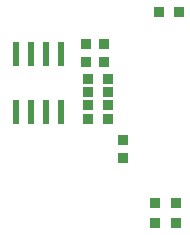
<source format=gbp>
G04*
G04 #@! TF.GenerationSoftware,Altium Limited,Altium Designer,21.9.2 (33)*
G04*
G04 Layer_Color=128*
%FSLAX44Y44*%
%MOMM*%
G71*
G04*
G04 #@! TF.SameCoordinates,8D6B135D-26D1-4348-B727-2CCB693FEEA9*
G04*
G04*
G04 #@! TF.FilePolarity,Positive*
G04*
G01*
G75*
G04:AMPARAMS|DCode=18|XSize=0.8mm|YSize=0.9mm|CornerRadius=0.06mm|HoleSize=0mm|Usage=FLASHONLY|Rotation=270.000|XOffset=0mm|YOffset=0mm|HoleType=Round|Shape=RoundedRectangle|*
%AMROUNDEDRECTD18*
21,1,0.8000,0.7800,0,0,270.0*
21,1,0.6800,0.9000,0,0,270.0*
1,1,0.1200,-0.3900,-0.3400*
1,1,0.1200,-0.3900,0.3400*
1,1,0.1200,0.3900,0.3400*
1,1,0.1200,0.3900,-0.3400*
%
%ADD18ROUNDEDRECTD18*%
G04:AMPARAMS|DCode=57|XSize=0.5334mm|YSize=1.9812mm|CornerRadius=0.0667mm|HoleSize=0mm|Usage=FLASHONLY|Rotation=180.000|XOffset=0mm|YOffset=0mm|HoleType=Round|Shape=RoundedRectangle|*
%AMROUNDEDRECTD57*
21,1,0.5334,1.8479,0,0,180.0*
21,1,0.4001,1.9812,0,0,180.0*
1,1,0.1333,-0.2000,0.9239*
1,1,0.1333,0.2000,0.9239*
1,1,0.1333,0.2000,-0.9239*
1,1,0.1333,-0.2000,-0.9239*
%
%ADD57ROUNDEDRECTD57*%
G04:AMPARAMS|DCode=58|XSize=0.9mm|YSize=0.8mm|CornerRadius=0.06mm|HoleSize=0mm|Usage=FLASHONLY|Rotation=0.000|XOffset=0mm|YOffset=0mm|HoleType=Round|Shape=RoundedRectangle|*
%AMROUNDEDRECTD58*
21,1,0.9000,0.6800,0,0,0.0*
21,1,0.7800,0.8000,0,0,0.0*
1,1,0.1200,0.3900,-0.3400*
1,1,0.1200,-0.3900,-0.3400*
1,1,0.1200,-0.3900,0.3400*
1,1,0.1200,0.3900,0.3400*
%
%ADD58ROUNDEDRECTD58*%
G04:AMPARAMS|DCode=59|XSize=0.9mm|YSize=0.8mm|CornerRadius=0.06mm|HoleSize=0mm|Usage=FLASHONLY|Rotation=90.000|XOffset=0mm|YOffset=0mm|HoleType=Round|Shape=RoundedRectangle|*
%AMROUNDEDRECTD59*
21,1,0.9000,0.6800,0,0,90.0*
21,1,0.7800,0.8000,0,0,90.0*
1,1,0.1200,0.3400,0.3900*
1,1,0.1200,0.3400,-0.3900*
1,1,0.1200,-0.3400,-0.3900*
1,1,0.1200,-0.3400,0.3900*
%
%ADD59ROUNDEDRECTD59*%
D18*
X141000Y66500D02*
D03*
Y81500D02*
D03*
X125000Y147500D02*
D03*
Y162500D02*
D03*
X110000Y147500D02*
D03*
Y162500D02*
D03*
D57*
X50949Y154639D02*
D03*
X63649D02*
D03*
X76349D02*
D03*
X89049D02*
D03*
Y105363D02*
D03*
X50949D02*
D03*
X63649D02*
D03*
X76349D02*
D03*
D58*
X128500Y122000D02*
D03*
X111500D02*
D03*
X171500Y190000D02*
D03*
X188500D02*
D03*
X111500Y99000D02*
D03*
X128500D02*
D03*
X111500Y111000D02*
D03*
X128500D02*
D03*
X111500Y133000D02*
D03*
X128500D02*
D03*
D59*
X186000Y28500D02*
D03*
Y11500D02*
D03*
X168000Y11500D02*
D03*
Y28500D02*
D03*
M02*

</source>
